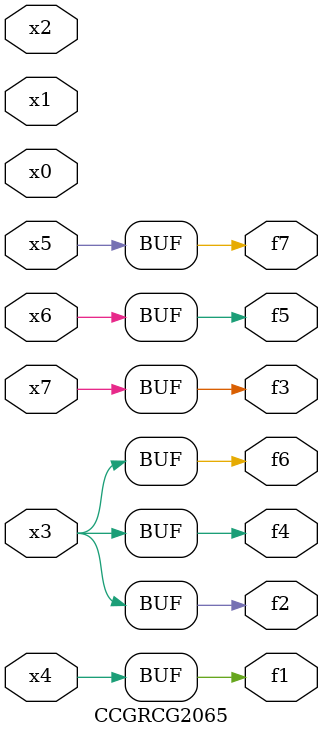
<source format=v>
module CCGRCG2065(
	input x0, x1, x2, x3, x4, x5, x6, x7,
	output f1, f2, f3, f4, f5, f6, f7
);
	assign f1 = x4;
	assign f2 = x3;
	assign f3 = x7;
	assign f4 = x3;
	assign f5 = x6;
	assign f6 = x3;
	assign f7 = x5;
endmodule

</source>
